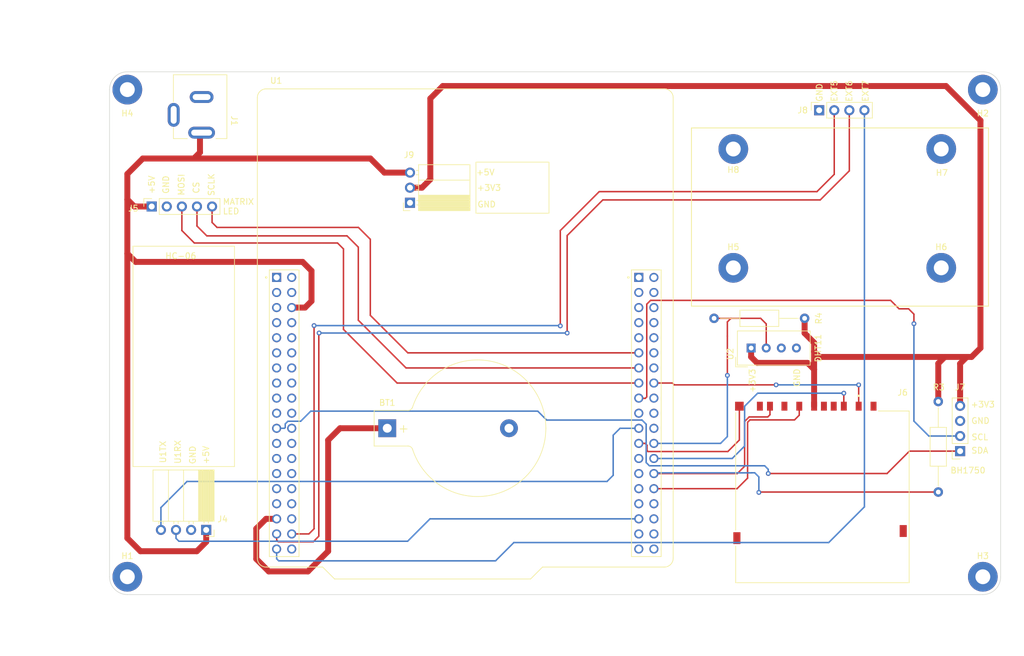
<source format=kicad_pcb>
(kicad_pcb (version 20211014) (generator pcbnew)
  (title_block (title "Proyecto TD2") (date "2022-10-21") (rev "v1.0") (company "UTN-FRBA") (comment 1 "Grupo 2") (comment 2 "Integrantes: Cristian Torres, Jonathan Yujra, Ovidio Argani"))
  (layers (0 "F.Cu" signal) (31 "B.Cu" signal) (34 "B.Paste" user) (35 "F.Paste" user) (36 "B.SilkS" user "B.Silkscreen") (37 "F.SilkS" user "F.Silkscreen") (38 "B.Mask" user) (39 "F.Mask" user) (44 "Edge.Cuts" user))
  (net 0 "")
  (net 1 "/STM32/VBAT")
  (net 2 "GNDREF")
  (net 3 "+5V")
  (net 4 "+3V3")
  (net 5 "/STM32/PB7")
  (net 6 "/STM32/PA6")
  (net 7 "/STM32/PC1")
  (net 8 "/STM32/PC2")
  (net 9 "/STM32/PA5")
  (net 10 "/STM32/PA7")
  (net 11 "/EntradasSalidas/CS")
  (net 12 "/STM32/PB6")
  (net 13 "/STM32/PA9")
  (net 14 "/STM32/PA8")
  (net 15 "/STM32/PB1")
  (net 16 "/EntradasSalidas/MOSI")
  (net 17 "/EntradasSalidas/MISO")
  (net 18 "/STM32/PC3")
  (net 19 "/EntradasSalidas/SCLK")
  (net 20 "/STM32/PA10")
  (footprint "Connector_PinSocket_2.54mm:PinSocket_1x04_P2.54mm_Vertical" (layer "F.Cu") (at 218.29632 103.72868 180)
    (fp_text reference "J7" (at 0 10.75) (layer "F.SilkS"))
    (fp_text value "BH1750")
    (pad "1" thru_hole rect (at 0 0 180) (size 1.7 1.7) (drill 1) (layers *.Cu *.Mask) (net 5 "/STM32/PB7"))
    (pad "2" thru_hole oval (at 0 2.54 180) (size 1.7 1.7) (drill 1) (layers *.Cu *.Mask) (net 12 "/STM32/PB6"))
    (pad "3" thru_hole oval (at 0 5.08 180) (size 1.7 1.7) (drill 1) (layers *.Cu *.Mask) (net 2 "GNDREF"))
    (pad "4" thru_hole oval (at 0 7.62 180) (size 1.7 1.7) (drill 1) (layers *.Cu *.Mask) (net 4 "+3V3"))
  )
  (footprint "footprints:footprint_SD_GSD09002SEU" (layer "F.Cu") (at 195.12132 120.47868 -90)
    (fp_text reference "J6" (at -26.6 -13.5 180) (layer "F.SilkS"))
    (fp_text value "SD_Card")
    (pad "" np_thru_hole circle (at 0 12.85 270) (size 1.55 1.55) (drill 1.55) (layers *.Cu *.Mask))
    (pad "" np_thru_hole circle (at 0 -11.3 270) (size 1.55 1.55) (drill 1.55) (layers *.Cu *.Mask))
    (pad "1" smd rect (at -24.31 -6.1 270) (size 1.5 1) (layers "F.Cu" "F.Paste" "F.Mask") (net 11 "/EntradasSalidas/CS"))
    (pad "2" smd rect (at -24.31 -3.6 270) (size 1.5 1) (layers "F.Cu" "F.Paste" "F.Mask") (net 16 "/EntradasSalidas/MOSI"))
    (pad "3" smd rect (at -24.31 -0.25 270) (size 1.5 1) (layers "F.Cu" "F.Paste" "F.Mask") (net 2 "GNDREF"))
    (pad "4" smd rect (at -24.31 1.4 270) (size 1.5 1) (layers "F.Cu" "F.Paste" "F.Mask") (net 4 "+3V3"))
    (pad "5" smd rect (at -24.31 3.9 270) (size 1.5 1) (layers "F.Cu" "F.Paste" "F.Mask") (net 19 "/EntradasSalidas/SCLK"))
    (pad "6" smd rect (at -24.31 6.4 270) (size 1.5 1) (layers "F.Cu" "F.Paste" "F.Mask") (net 2 "GNDREF"))
    (pad "7" smd rect (at -24.31 8.83 270) (size 1.5 1) (layers "F.Cu" "F.Paste" "F.Mask") (net 17 "/EntradasSalidas/MISO"))
    (pad "8" smd rect (at -24.31 10.53 270) (size 1.5 1) (layers "F.Cu" "F.Paste" "F.Mask"))
    (pad "9" smd rect (at -24.31 -8.6 270) (size 1.5 1) (layers "F.Cu" "F.Paste" "F.Mask"))
    (pad "10" smd rect (at -24.31 13.98 270) (size 1.5 1.45) (layers "F.Cu" "F.Paste" "F.Mask") (net 14 "/STM32/PA8"))
    (pad "11" smd rect (at -24.31 -1.9 270) (size 1.5 1) (layers "F.Cu" "F.Paste" "F.Mask"))
    (pad "12" smd rect (at -2.1 14.4 270) (size 2 1.2) (layers "F.Cu" "F.Paste" "F.Mask") (net 2 "GNDREF"))
    (pad "13" smd rect (at -3.3 -13.6 270) (size 2 1.2) (layers "F.Cu" "F.Paste" "F.Mask") (net 2 "GNDREF"))
  )
  (footprint "Proyecto:AMS1117-ADJ" (layer "F.Cu") (at 125.69632 61.92868 180)
    (fp_text reference "J9" (at 0.175 8.05) (layer "F.SilkS"))
    (fp_text value "AMS1117-ADJ")
    (pad "1" thru_hole rect (at 0 0 180) (size 1.7 1.7) (drill 1) (layers *.Cu *.Mask) (net 2 "GNDREF"))
    (pad "2" thru_hole oval (at 0 2.54 180) (size 1.7 1.7) (drill 1) (layers *.Cu *.Mask) (net 4 "+3V3"))
    (pad "3" thru_hole oval (at 0 5.08 180) (size 1.7 1.7) (drill 1) (layers *.Cu *.Mask) (net 3 "+5V"))
  )
  (footprint "MountingHole:MountingHole_2.5mm_Pad" (layer "F.Cu") (at 180.12132 72.87868)
    (fp_text reference "H5" (at 0 -3.5) (layer "F.SilkS"))
    (fp_text value "MountingHole_Pad")
    (pad "1" thru_hole circle (at 0 0) (size 5 5) (drill 2.5) (layers *.Cu *.Mask) (net 2 "GNDREF"))
  )
  (footprint "MountingHole:MountingHole_2.5mm_Pad" (layer "F.Cu") (at 215.12132 72.87868)
    (fp_text reference "H6" (at 0 -3.5) (layer "F.SilkS"))
    (fp_text value "MountingHole_Pad")
    (pad "1" thru_hole circle (at 0 0) (size 5 5) (drill 2.5) (layers *.Cu *.Mask) (net 2 "GNDREF"))
  )
  (footprint "Battery:BatteryHolder_Keystone_103_1x20mm" (layer "F.Cu") (at 121.868904 99.878679)
    (fp_text reference "BT1" (at 0 -4.3) (layer "F.SilkS"))
    (fp_text value "Battery_Cell")
    (fp_text user "+" (at 2.75 0) (layer "F.SilkS") (effects (font (size 1.5 1.5))))
    (pad "1" thru_hole rect (at 0 0) (size 3 3) (drill 1.5) (layers *.Cu *.Mask) (net 1 "/STM32/VBAT"))
    (pad "2" thru_hole circle (at 20.49 0) (size 3 3) (drill 1.5) (layers *.Cu *.Mask) (net 2 "GNDREF"))
  )
  (footprint "Resistor_THT:R_Axial_DIN0207_L6.3mm_D2.5mm_P15.24mm_Horizontal" (layer "F.Cu") (at 192.12132 81.37868 180)
    (fp_text reference "R4" (at -2.38 0 90) (layer "F.SilkS"))
    (fp_text value "4.7K 5%")
    (pad "1" thru_hole circle (at 0 0 180) (size 1.6 1.6) (drill 0.8) (layers *.Cu *.Mask) (net 4 "+3V3"))
    (pad "2" thru_hole oval (at 15.24 0 180) (size 1.6 1.6) (drill 0.8) (layers *.Cu *.Mask) (net 15 "/STM32/PB1"))
  )
  (footprint "Proyecto:PJ-002A" (layer "F.Cu") (at 90.62132 50.12868 -90)
    (fp_text reference "J1" (at -2 -5.5 -90 unlocked) (layer "F.SilkS"))
    (fp_text value "PJ-002A")
    (pad "1" thru_hole oval (at 0 0 270) (size 2 4.5) (drill oval 1 3.5) (layers *.Cu *.Mask) (net 3 "+5V"))
    (pad "2" thru_hole oval (at -6 0 270) (size 2 4) (drill oval 1 3) (layers *.Cu *.Mask) (net 2 "GNDREF"))
    (pad "3" thru_hole oval (at -3 4.7) (size 2 4) (drill oval 1 3) (layers *.Cu *.Mask) (net 2 "GNDREF"))
  )
  (footprint "Proyecto:HC06" (layer "F.Cu") (at 91.39322 116.99588 -90)
    (fp_text reference "J4" (at -1.8172 -2.77) (layer "F.SilkS"))
    (fp_text value "BT HC06")
    (pad "1" thru_hole rect (at 0 0 270) (size 1.7 1.7) (drill 1) (layers *.Cu *.Mask) (net 3 "+5V"))
    (pad "2" thru_hole oval (at 0 2.54 270) (size 1.7 1.7) (drill 1) (layers *.Cu *.Mask) (net 2 "GNDREF"))
    (pad "3" thru_hole oval (at 0 5.08 270) (size 1.7 1.7) (drill 1) (layers *.Cu *.Mask) (net 20 "/STM32/PA10"))
    (pad "4" thru_hole oval (at 0 7.62 270) (size 1.7 1.7) (drill 1) (layers *.Cu *.Mask) (net 13 "/STM32/PA9"))
  )
  (footprint "Connector_PinSocket_2.54mm:PinSocket_1x05_P2.54mm_Vertical" (layer "F.Cu") (at 82.22132 62.55368 90)
    (fp_text reference "J5" (at -0.325 -3.1 180) (layer "F.SilkS"))
    (fp_text value "LED MATRIX")
    (pad "1" thru_hole rect (at 0 0 90) (size 1.7 1.7) (drill 1) (layers *.Cu *.Mask) (net 3 "+5V"))
    (pad "2" thru_hole oval (at 0 2.54 90) (size 1.7 1.7) (drill 1) (layers *.Cu *.Mask) (net 2 "GNDREF"))
    (pad "3" thru_hole oval (at 0 5.08 90) (size 1.7 1.7) (drill 1) (layers *.Cu *.Mask) (net 10 "/STM32/PA7"))
    (pad "4" thru_hole oval (at 0 7.62 90) (size 1.7 1.7) (drill 1) (layers *.Cu *.Mask) (net 6 "/STM32/PA6"))
    (pad "5" thru_hole oval (at 0 10.16 90) (size 1.7 1.7) (drill 1) (layers *.Cu *.Mask) (net 9 "/STM32/PA5"))
  )
  (footprint "MountingHole:MountingHole_2.5mm_Pad" (layer "F.Cu") (at 222.12132 42.87868)
    (fp_text reference "H2" (at 0 4) (layer "F.SilkS"))
    (fp_text value "MountingHole_Pad")
    (pad "1" thru_hole circle (at 0 0) (size 5 5) (drill 2.5) (layers *.Cu *.Mask) (net 2 "GNDREF"))
  )
  (footprint "Sensor:Aosong_DHT11_5.5x12.0_P2.54mm" (layer "F.Cu") (at 183.12132 86.37868 90)
    (fp_text reference "U2" (at -1 -3.5 90) (layer "F.SilkS"))
    (fp_text value "DHT11")
    (pad "1" thru_hole rect (at 0 0 90) (size 1.5 1.5) (drill 0.8) (layers *.Cu *.Mask) (net 4 "+3V3"))
    (pad "2" thru_hole circle (at 0 2.54 90) (size 1.5 1.5) (drill 0.8) (layers *.Cu *.Mask) (net 15 "/STM32/PB1"))
    (pad "3" thru_hole circle (at 0 5.08 90) (size 1.5 1.5) (drill 0.8) (layers *.Cu *.Mask))
    (pad "4" thru_hole circle (at 0 7.62 90) (size 1.5 1.5) (drill 0.8) (layers *.Cu *.Mask) (net 2 "GNDREF"))
  )
  (footprint "Proyecto:ST_NUCLEO-F401RE" (layer "F.Cu") (at 135 84)
    (fp_text reference "U1" (at -31.825 -42.635) (layer "F.SilkS"))
    (fp_text value "NUCLEO-F401RE")
    (pad "" np_thru_hole circle (at 24.13 -12.05) (size 3 3) (drill 3) (layers *.Cu *.Mask))
    (pad "" np_thru_hole circle (at -24.13 -13.32) (size 3 3) (drill 3) (layers *.Cu *.Mask))
    (pad "" np_thru_hole circle (at 8.89 38.75) (size 3 3) (drill 3) (layers *.Cu *.Mask))
    (pad "1" thru_hole rect (at -31.75 -9.51) (size 1.53 1.53) (drill 1.02) (layers *.Cu *.Mask))
    (pad "2" thru_hole circle (at -29.21 -9.51) (size 1.53 1.53) (drill 1.02) (layers *.Cu *.Mask))
    (pad "3" thru_hole circle (at -31.75 -6.97) (size 1.53 1.53) (drill 1.02) (layers *.Cu *.Mask))
    (pad "4" thru_hole circle (at -29.21 -6.97) (size 1.53 1.53) (drill 1.02) (layers *.Cu *.Mask))
    (pad "5" thru_hole circle (at -31.75 -4.43) (size 1.53 1.53) (drill 1.02) (layers *.Cu *.Mask))
    (pad "6" thru_hole circle (at -29.21 -4.43) (size 1.53 1.53) (drill 1.02) (layers *.Cu *.Mask) (net 3 "+5V"))
    (pad "7" thru_hole circle (at -31.75 -1.89) (size 1.53 1.53) (drill 1.02) (layers *.Cu *.Mask))
    (pad "8" thru_hole circle (at -29.21 -1.89) (size 1.53 1.53) (drill 1.02) (layers *.Cu *.Mask) (net 2 "GNDREF"))
    (pad "9" thru_hole circle (at -31.75 0.65) (size 1.53 1.53) (drill 1.02) (layers *.Cu *.Mask))
    (pad "10" thru_hole circle (at -29.21 0.65) (size 1.53 1.53) (drill 1.02) (layers *.Cu *.Mask))
    (pad "11" thru_hole circle (at -31.75 3.19) (size 1.53 1.53) (drill 1.02) (layers *.Cu *.Mask))
    (pad "12" thru_hole circle (at -29.21 3.19) (size 1.53 1.53) (drill 1.02) (layers *.Cu *.Mask))
    (pad "13" thru_hole circle (at -31.75 5.73) (size 1.53 1.53) (drill 1.02) (layers *.Cu *.Mask))
    (pad "14" thru_hole circle (at -29.21 5.73) (size 1.53 1.53) (drill 1.02) (layers *.Cu *.Mask))
    (pad "15" thru_hole circle (at -31.75 8.27) (size 1.53 1.53) (drill 1.02) (layers *.Cu *.Mask))
    (pad "16" thru_hole circle (at -29.21 8.27) (size 1.53 1.53) (drill 1.02) (layers *.Cu *.Mask))
    (pad "17" thru_hole circle (at -31.75 10.81) (size 1.53 1.53) (drill 1.02) (layers *.Cu *.Mask))
    (pad "18" thru_hole circle (at -29.21 10.81) (size 1.53 1.53) (drill 1.02) (layers *.Cu *.Mask))
    (pad "19" thru_hole circle (at -31.75 13.35) (size 1.53 1.53) (drill 1.02) (layers *.Cu *.Mask))
    (pad "20" thru_hole circle (at -29.21 13.35) (size 1.53 1.53) (drill 1.02) (layers *.Cu *.Mask))
    (pad "21" thru_hole circle (at -31.75 15.89) (size 1.53 1.53) (drill 1.02) (layers *.Cu *.Mask) (net 5 "/STM32/PB7"))
    (pad "22" thru_hole circle (at -29.21 15.89) (size 1.53 1.53) (drill 1.02) (layers *.Cu *.Mask))
    (pad "23" thru_hole circle (at -31.75 18.43) (size 1.53 1.53) (drill 1.02) (layers *.Cu *.Mask))
    (pad "24" thru_hole circle (at -29.21 18.43) (size 1.53 1.53) (drill 1.02) (layers *.Cu *.Mask))
    (pad "25" thru_hole circle (at -31.75 20.97) (size 1.53 1.53) (drill 1.02) (layers *.Cu *.Mask))
    (pad "26" thru_hole circle (at -29.21 20.97) (size 1.53 1.53) (drill 1.02) (layers *.Cu *.Mask))
    (pad "27" thru_hole circle (at -31.75 23.51) (size 1.53 1.53) (drill 1.02) (layers *.Cu *.Mask))
    (pad "28" thru_hole circle (at -29.21 23.51) (size 1.53 1.53) (drill 1.02) (layers *.Cu *.Mask))
    (pad "29" thru_hole circle (at -31.75 26.05) (size 1.53 1.53) (drill 1.02) (layers *.Cu *.Mask))
    (pad "30" thru_hole circle (at -29.21 26.05) (size 1.53 1.53) (drill 1.02) (layers *.Cu *.Mask))
    (pad "31" thru_hole circle (at -31.75 28.59) (size 1.53 1.53) (drill 1.02) (layers *.Cu *.Mask))
    (pad "32" thru_hole circle (at -29.21 28.59) (size 1.53 1.53) (drill 1.02) (layers *.Cu *.Mask))
    (pad "33" thru_hole circle (at -31.75 31.13) (size 1.53 1.53) (drill 1.02) (layers *.Cu *.Mask) (net 1 "/STM32/VBAT"))
    (pad "34" thru_hole circle (at -29.21 31.13) (size 1.53 1.53) (drill 1.02) (layers *.Cu *.Mask))
    (pad "35" thru_hole circle (at -31.75 33.67) (size 1.53 1.53) (drill 1.02) (layers *.Cu *.Mask) (net 8 "/STM32/PC2"))
    (pad "36" thru_hole circle (at -29.21 33.67) (size 1.53 1.53) (drill 1.02) (layers *.Cu *.Mask) (net 7 "/STM32/PC1"))
    (pad "37" thru_hole circle (at -31.75 36.21) (size 1.53 1.53) (drill 1.02) (layers *.Cu *.Mask) (net 18 "/STM32/PC3"))
    (pad "38" thru_hole circle (at -29.21 36.21) (size 1.53 1.53) (drill 1.02) (layers *.Cu *.Mask))
    (pad "39" thru_hole rect (at 29.21 -9.51) (size 1.53 1.53) (drill 1.02) (layers *.Cu *.Mask))
    (pad "40" thru_hole circle (at 31.75 -9.51) (size 1.53 1.53) (drill 1.02) (layers *.Cu *.Mask))
    (pad "41" thru_hole circle (at 29.21 -6.97) (size 1.53 1.53) (drill 1.02) (layers *.Cu *.Mask))
    (pad "42" thru_hole circle (at 31.75 -6.97) (size 1.53 1.53) (drill 1.02) (layers *.Cu *.Mask))
    (pad "43" thru_hole circle (at 29.21 -4.43) (size 1.53 1.53) (drill 1.02) (layers *.Cu *.Mask))
    (pad "44" thru_hole circle (at 31.75 -4.43) (size 1.53 1.53) (drill 1.02) (layers *.Cu *.Mask))
    (pad "45" thru_hole circle (at 29.21 -1.89) (size 1.53 1.53) (drill 1.02) (layers *.Cu *.Mask))
    (pad "46" thru_hole circle (at 31.75 -1.89) (size 1.53 1.53) (drill 1.02) (layers *.Cu *.Mask))
    (pad "47" thru_hole circle (at 29.21 0.65) (size 1.53 1.53) (drill 1.02) (layers *.Cu *.Mask) (net 2 "GNDREF"))
    (pad "48" thru_hole circle (at 31.75 0.65) (size 1.53 1.53) (drill 1.02) (layers *.Cu *.Mask))
    (pad "49" thru_hole circle (at 29.21 3.19) (size 1.53 1.53) (drill 1.02) (layers *.Cu *.Mask) (net 9 "/STM32/PA5"))
    (pad "50" thru_hole circle (at 31.75 3.19) (size 1.53 1.53) (drill 1.02) (layers *.Cu *.Mask))
    (pad "51" thru_hole circle (at 29.21 5.73) (size 1.53 1.53) (drill 1.02) (layers *.Cu *.Mask) (net 6 "/STM32/PA6"))
    (pad "52" thru_hole circle (at 31.75 5.73) (size 1.53 1.53) (drill 1.02) (layers *.Cu *.Mask))
    (pad "53" thru_hole circle (at 29.21 8.27) (size 1.53 1.53) (drill 1.02) (layers *.Cu *.Mask) (net 10 "/STM32/PA7"))
    (pad "54" thru_hole circle (at 31.75 8.27) (size 1.53 1.53) (drill 1.02) (layers *.Cu *.Mask) (net 11 "/EntradasSalidas/CS"))
    (pad "55" thru_hole circle (at 29.21 10.81) (size 1.53 1.53) (drill 1.02) (layers *.Cu *.Mask) (net 12 "/STM32/PB6"))
    (pad "56" thru_hole circle (at 31.75 10.81) (size 1.53 1.53) (drill 1.02) (layers *.Cu *.Mask))
    (pad "57" thru_hole circle (at 29.21 13.35) (size 1.53 1.53) (drill 1.02) (layers *.Cu *.Mask))
    (pad "58" thru_hole circle (at 31.75 13.35) (size 1.53 1.53) (drill 1.02) (layers *.Cu *.Mask) (net 2 "GNDREF"))
    (pad "59" thru_hole circle (at 29.21 15.89) (size 1.53 1.53) (drill 1.02) (layers *.Cu *.Mask) (net 13 "/STM32/PA9"))
    (pad "60" thru_hole circle (at 31.75 15.89) (size 1.53 1.53) (drill 1.02) (layers *.Cu *.Mask))
    (pad "61" thru_hole circle (at 29.21 18.43) (size 1.53 1.53) (drill 1.02) (layers *.Cu *.Mask) (net 14 "/STM32/PA8"))
    (pad "62" thru_hole circle (at 31.75 18.43) (size 1.53 1.53) (drill 1.02) (layers *.Cu *.Mask) (net 15 "/STM32/PB1"))
    (pad "63" thru_hole circle (at 29.21 20.97) (size 1.53 1.53) (drill 1.02) (layers *.Cu *.Mask))
    (pad "64" thru_hole circle (at 31.75 20.97) (size 1.53 1.53) (drill 1.02) (layers *.Cu *.Mask) (net 16 "/EntradasSalidas/MOSI"))
    (pad "65" thru_hole circle (at 29.21 23.51) (size 1.53 1.53) (drill 1.02) (layers *.Cu *.Mask))
    (pad "66" thru_hole circle (at 31.75 23.51) (size 1.53 1.53) (drill 1.02) (layers *.Cu *.Mask) (net 17 "/EntradasSalidas/MISO"))
    (pad "67" thru_hole circle (at 29.21 26.05) (size 1.53 1.53) (drill 1.02) (layers *.Cu *.Mask))
    (pad "68" thru_hole circle (at 31.75 26.05) (size 1.53 1.53) (drill 1.02) (layers *.Cu *.Mask) (net 19 "/EntradasSalidas/SCLK"))
    (pad "69" thru_hole circle (at 29.21 28.59) (size 1.53 1.53) (drill 1.02) (layers *.Cu *.Mask))
    (pad "70" thru_hole circle (at 31.75 28.59) (size 1.53 1.53) (drill 1.02) (layers *.Cu *.Mask) (net 2 "GNDREF"))
    (pad "71" thru_hole circle (at 29.21 31.13) (size 1.53 1.53) (drill 1.02) (layers *.Cu *.Mask) (net 20 "/STM32/PA10"))
    (pad "72" thru_hole circle (at 31.75 31.13) (size 1.53 1.53) (drill 1.02) (layers *.Cu *.Mask))
    (pad "73" thru_hole circle (at 29.21 33.67) (size 1.53 1.53) (drill 1.02) (layers *.Cu *.Mask))
    (pad "74" thru_hole circle (at 31.75 33.67) (size 1.53 1.53) (drill 1.02) (layers *.Cu *.Mask))
    (pad "75" thru_hole circle (at 29.21 36.21) (size 1.53 1.53) (drill 1.02) (layers *.Cu *.Mask))
    (pad "76" thru_hole circle (at 31.75 36.21) (size 1.53 1.53) (drill 1.02) (layers *.Cu *.Mask))
  )
  (footprint "MountingHole:MountingHole_2.5mm_Pad" (layer "F.Cu") (at 222.12132 124.87868)
    (fp_text reference "H3" (at 0 -3.5) (layer "F.SilkS"))
    (fp_text value "MountingHole_Pad")
    (pad "1" thru_hole circle (at 0 0) (size 5 5) (drill 2.5) (layers *.Cu *.Mask) (net 2 "GNDREF"))
  )
  (footprint "MountingHole:MountingHole_2.5mm_Pad" (layer "F.Cu") (at 78.12132 124.87868)
    (fp_text reference "H1" (at 0 -3.5) (layer "F.SilkS"))
    (fp_text value "MountingHole_Pad")
    (pad "1" thru_hole circle (at 0 0) (size 5 5) (drill 2.5) (layers *.Cu *.Mask) (net 2 "GNDREF"))
  )
  (footprint "Resistor_THT:R_Axial_DIN0207_L6.3mm_D2.5mm_P15.24mm_Horizontal" (layer "F.Cu") (at 214.62132 95.37868 -90)
    (fp_text reference "R3" (at -2.39 -0.08) (layer "F.SilkS"))
    (fp_text value "4.7K 5%")
    (pad "1" thru_hole circle (at 0 0 270) (size 1.6 1.6) (drill 0.8) (layers *.Cu *.Mask) (net 4 "+3V3"))
    (pad "2" thru_hole oval (at 15.24 0 270) (size 1.6 1.6) (drill 0.8) (layers *.Cu *.Mask) (net 17 "/EntradasSalidas/MISO"))
  )
  (footprint "Connector_PinSocket_2.54mm:PinSocket_1x04_P2.54mm_Vertical" (layer "F.Cu") (at 194.57132 46.35368 90)
    (fp_text reference "J8" (at 0 -2.77) (layer "F.SilkS"))
    (fp_text value "TECLADO")
    (pad "1" thru_hole rect (at 0 0 90) (size 1.7 1.7) (drill 1) (layers *.Cu *.Mask) (net 2 "GNDREF"))
    (pad "2" thru_hole oval (at 0 2.54 90) (size 1.7 1.7) (drill 1) (layers *.Cu *.Mask) (net 7 "/STM32/PC1"))
    (pad "3" thru_hole oval (at 0 5.08 90) (size 1.7 1.7) (drill 1) (layers *.Cu *.Mask) (net 8 "/STM32/PC2"))
    (pad "4" thru_hole oval (at 0 7.62 90) (size 1.7 1.7) (drill 1) (layers *.Cu *.Mask) (net 18 "/STM32/PC3"))
  )
  (footprint "MountingHole:MountingHole_2.5mm_Pad" (layer "F.Cu") (at 180.12132 52.87868)
    (fp_text reference "H8" (at 0 3.5) (layer "F.SilkS"))
    (fp_text value "MountingHole_Pad")
    (pad "1" thru_hole circle (at 0 0) (size 5 5) (drill 2.5) (layers *.Cu *.Mask) (net 2 "GNDREF"))
  )
  (footprint "MountingHole:MountingHole_2.5mm_Pad" (layer "F.Cu") (at 78.12132 42.87868)
    (fp_text reference "H4" (at 0 4) (layer "F.SilkS"))
    (fp_text value "MountingHole_Pad")
    (pad "1" thru_hole circle (at 0 0) (size 5 5) (drill 2.5) (layers *.Cu *.Mask) (net 2 "GNDREF"))
  )
  (footprint "MountingHole:MountingHole_2.5mm_Pad" (layer "F.Cu") (at 215.12132 52.87868)
    (fp_text reference "H7" (at 0.1 4) (layer "F.SilkS"))
    (fp_text value "MountingHole_Pad")
    (pad "1" thru_hole circle (at 0 0) (size 5 5) (drill 2.5) (layers *.Cu *.Mask) (net 2 "GNDREF"))
  )
  (gr_line (start 173.07132 49.32868) (end 223.07132 49.32868) (layer "F.SilkS") (width 0.15))
  (gr_line (start 173.071319 79.32868) (end 173.07132 49.32868) (layer "F.SilkS") (width 0.15))
  (gr_line (start 223.071319 79.32868) (end 173.071319 79.32868) (layer "F.SilkS") (width 0.15))
  (gr_line (start 223.07132 49.32868) (end 223.071319 79.32868) (layer "F.SilkS") (width 0.15))
  (gr_line (start 78.12132 39.87868) (end 222.12132 39.87868) (layer "Edge.Cuts") (width 0.1))
  (gr_arc (start 225.12132 124.87868) (mid 224.24264 127) (end 222.12132 127.87868) (layer "Edge.Cuts") (width 0.1))
  (gr_line (start 222.12132 127.87868) (end 78.12132 127.87868) (layer "Edge.Cuts") (width 0.1))
  (gr_line (start 75.12132 124.87868) (end 75.12132 42.87868) (layer "Edge.Cuts") (width 0.1))
  (gr_arc (start 222.12132 39.87868) (mid 224.24264 40.75736) (end 225.12132 42.87868) (layer "Edge.Cuts") (width 0.1))
  (gr_line (start 225.12132 42.87868) (end 225.12132 124.87868) (layer "Edge.Cuts") (width 0.1))
  (gr_arc (start 75.12132 42.87868) (mid 76 40.75736) (end 78.12132 39.87868) (layer "Edge.Cuts") (width 0.1))
  (gr_arc (start 78.12132 127.87868) (mid 76 127) (end 75.12132 124.87868) (layer "Edge.Cuts") (width 0.1))
  (gr_text "EXT7" (at 202.37132 43.12868 90) (layer "F.SilkS") (effects (font (size 1 1))))
  (gr_text "U1TX" (at 84.12132 103.87868 90) (layer "F.SilkS") (effects (font (size 1 1))))
  (gr_text "DHT11" (at 194.4 86.4 90) (layer "F.SilkS") (effects (font (size 1 1))))
  (gr_text "EXT5" (at 197.12132 43.12868 90) (layer "F.SilkS") (effects (font (size 1 1))))
  (gr_text "HC-06" (at 87.12132 70.87868) (layer "F.SilkS") (effects (font (size 1 1))))
  (gr_text "+5V" (at 91.37132 104.37868 90) (layer "F.SilkS") (effects (font (size 1 1))))
  (gr_text "MATRIX\nLED" (at 94.12132 62.55368) (layer "F.SilkS") (effects (font (size 1 1)) (justify left)))
  (gr_text "EXT6" (at 199.62132 43.12868 90) (layer "F.SilkS") (effects (font (size 1 1))))
  (gr_text "MOSI" (at 87.22132 58.87868 90) (layer "F.SilkS") (effects (font (size 1 1))))
  (gr_text "GND" (at 84.62132 58.87868 90) (layer "F.SilkS") (effects (font (size 1 1))))
  (gr_text "+3V3" (at 222.12132 95.87868) (layer "F.SilkS") (effects (font (size 1 1))))
  (gr_text "U1RX" (at 86.62132 103.87868 90) (layer "F.SilkS") (effects (font (size 1 1))))
  (gr_text "SCL" (at 221.62132 101.37868) (layer "F.SilkS") (effects (font (size 1 1))))
  (gr_text "GND" (at 138.6 62.2) (layer "F.SilkS") (effects (font (size 1 1))))
  (gr_text "+3V3" (at 139 59.4) (layer "F.SilkS") (effects (font (size 1 1))))
  (gr_text "SCLK" (at 92.27132 58.87868 90) (layer "F.SilkS") (effects (font (size 1 1))))
  (gr_text "CS" (at 89.72132 59.37868 90) (layer "F.SilkS") (effects (font (size 1 1))))
  (gr_text "BH1750" (at 219.62132 106.97868) (layer "F.SilkS") (effects (font (size 1 1))))
  (gr_text "GND" (at 89.12132 104.37868 90) (layer "F.SilkS") (effects (font (size 1 1))))
  (gr_text "SDA" (at 221.62132 103.62868) (layer "F.SilkS") (effects (font (size 1 1))))
  (gr_text "+5V" (at 138.4 56.8) (layer "F.SilkS") (effects (font (size 1 1))))
  (gr_text "GND" (at 190.83382 91.37868 90) (layer "F.SilkS") (effects (font (size 1 1))))
  (gr_text "+5V" (at 82.22132 58.87868 90) (layer "F.SilkS") (effects (font (size 1 1))))
  (gr_text "+3V3" (at 183.33382 91.87868 90) (layer "F.SilkS") (effects (font (size 1 1))))
  (gr_text "GND" (at 221.72132 98.62868) (layer "F.SilkS") (effects (font (size 1 1))))
  (gr_text "GND" (at 194.62132 43.37868 90) (layer "F.SilkS") (effects (font (size 1 1))))
  (segment (start 113.921321 99.878679) (end 111.92132 101.87868) (width 1) (layer "F.Cu") (net 1))
  (segment (start 99.82132 116.77868) (end 101.47 115.13) (width 1) (layer "F.Cu") (net 1))
  (segment (start 108.52132 123.97868) (end 101.92132 123.97868) (width 1) (layer "F.Cu") (net 1))
  (segment (start 121.868904 99.878679) (end 113.921321 99.878679) (width 1) (layer "F.Cu") (net 1))
  (segment (start 99.82132 121.87868) (end 99.82132 116.77868) (width 1) (layer "F.Cu") (net 1))
  (segment (start 111.92132 101.87868) (end 111.92132 120.57868) (width 1) (layer "F.Cu") (net 1))
  (segment (start 101.92132 123.97868) (end 99.82132 121.87868) (width 1) (layer "F.Cu") (net 1))
  (segment (start 111.92132 120.57868) (end 108.52132 123.97868) (width 1) (layer "F.Cu") (net 1))
  (segment (start 101.47 115.13) (end 103.25 115.13) (width 1) (layer "F.Cu") (net 1))
  (segment (start 108.03 79.57) (end 105.79 79.57) (width 1) (layer "F.Cu") (net 3))
  (segment (start 80.72132 54.47868) (end 78.12132 57.07868) (width 1) (layer "F.Cu") (net 3))
  (segment (start 121.4 56.85) (end 121.40132 56.84868) (width 1) (layer "F.Cu") (net 3))
  (segment (start 89.32132 54.47868) (end 80.72132 54.47868) (width 1) (layer "F.Cu") (net 3))
  (segment (start 78.12132 57.07868) (end 78.12132 61.37868) (width 1) (layer "F.Cu") (net 3))
  (segment (start 82.22132 62.55368) (end 79.29632 62.55368) (width 1) (layer "F.Cu") (net 3))
  (segment (start 78.12132 118.37868) (end 80.32132 120.57868) (width 1) (layer "F.Cu") (net 3))
  (segment (start 109.12132 78.47868) (end 108.03 79.57) (width 1) (layer "F.Cu") (net 3))
  (segment (start 89.82132 120.57868) (end 91.39322 119.00678) (width 1) (layer "F.Cu") (net 3))
  (segment (start 78.12132 61.37868) (end 78.12132 70.47868) (width 1) (layer "F.Cu") (net 3))
  (segment (start 79.29632 62.55368) (end 78.12132 61.37868) (width 1) (layer "F.Cu") (net 3))
  (segment (start 80.32132 120.57868) (end 89.82132 120.57868) (width 1) (layer "F.Cu") (net 3))
  (segment (start 121.40132 56.84868) (end 125.69632 56.84868) (width 1) (layer "F.Cu") (net 3))
  (segment (start 107.62132 71.87868) (end 79.52132 71.87868) (width 1) (layer "F.Cu") (net 3))
  (segment (start 109.12132 73.37868) (end 107.62132 71.87868) (width 1) (layer "F.Cu") (net 3))
  (segment (start 90.34632 53.45368) (end 89.32132 54.47868) (width 1) (layer "F.Cu") (net 3))
  (segment (start 78.12132 70.47868) (end 78.12132 118.37868) (width 1) (layer "F.Cu") (net 3))
  (segment (start 90.34632 50.12868) (end 90.34632 53.45368) (width 1) (layer "F.Cu") (net 3))
  (segment (start 91.39322 119.00678) (end 91.39322 116.99588) (width 1) (layer "F.Cu") (net 3))
  (segment (start 89.32132 54.47868) (end 119.02868 54.47868) (width 1) (layer "F.Cu") (net 3))
  (segment (start 109.12132 78.47868) (end 109.12132 73.37868) (width 1) (layer "F.Cu") (net 3))
  (segment (start 79.52132 71.87868) (end 78.12132 70.47868) (width 1) (layer "F.Cu") (net 3))
  (segment (start 119.02868 54.47868) (end 121.4 56.85) (width 1) (layer "F.Cu") (net 3))
  (segment (start 192.12132 81.37868) (end 192.12132 83.87868) (width 1) (layer "F.Cu") (net 4))
  (segment (start 193.72132 94.17868) (end 193.72132 96.16868) (width 1) (layer "F.Cu") (net 4))
  (segment (start 129.12132 44.37868) (end 131.22132 42.27868) (width 1) (layer "F.Cu") (net 4))
  (segment (start 218.29632 96.10868) (end 218.29632 89.00368) (width 1) (layer "F.Cu") (net 4))
  (segment (start 129.12132 57.97868) (end 129.12132 44.37868) (width 1) (layer "F.Cu") (net 4))
  (segment (start 184.12132 88.87868) (end 192.62132 88.87868) (width 1) (layer "F.Cu") (net 4))
  (segment (start 183.12132 87.87868) (end 184.12132 88.87868) (width 1) (layer "F.Cu") (net 4))
  (segment (start 192.62132 88.87868) (end 193.72132 89.97868) (width 1) (layer "F.Cu") (net 4))
  (segment (start 193.72132 86.97868) (end 194.62132 87.87868) (width 1) (layer "F.Cu") (net 4))
  (segment (start 215.72132 87.87868) (end 219.42132 87.87868) (width 1) (layer "F.Cu") (net 4))
  (segment (start 193.72132 85.47868) (end 193.72132 86.97868) (width 1) (layer "F.Cu") (net 4))
  (segment (start 221.72132 48.07868) (end 221.72132 86.37868) (width 1) (layer "F.Cu") (net 4))
  (segment (start 131.22132 42.27868) (end 215.92132 42.27868) (width 1) (layer "F.Cu") (net 4))
  (segment (start 194.62132 87.87868) (end 215.72132 87.87868) (width 1) (layer "F.Cu") (net 4))
  (segment (start 125.69632 59.38868) (end 127.71132 59.38868) (width 1) (layer "F.Cu") (net 4))
  (segment (start 220.22132 87.87868) (end 221.72132 86.37868) (width 1) (layer "F.Cu") (net 4))
  (segment (start 215.92132 42.27868) (end 221.72132 48.07868) (width 1) (layer "F.Cu") (net 4))
  (segment (start 218.29632 89.00368) (end 219.42132 87.87868) (width 1) (layer "F.Cu") (net 4))
  (segment (start 193.72132 86.97868) (end 193.72132 89.97868) (width 1) (layer "F.Cu") (net 4))
  (segment (start 192.12132 83.87868) (end 193.72132 85.47868) (width 1) (layer "F.Cu") (net 4))
  (segment (start 193.72132 89.97868) (end 193.72132 94.17868) (width 1) (layer "F.Cu") (net 4))
  (segment (start 219.42132 87.87868) (end 220.22132 87.87868) (width 1) (layer "F.Cu") (net 4))
  (segment (start 214.62132 95.37868) (end 214.62132 88.97868) (width 1) (layer "F.Cu") (net 4))
  (segment (start 214.62132 88.97868) (end 215.72132 87.87868) (width 1) (layer "F.Cu") (net 4))
  (segment (start 127.71132 59.38868) (end 129.12132 57.97868) (width 1) (layer "F.Cu") (net 4))
  (segment (start 183.12132 86.37868) (end 183.12132 87.87868) (width 1) (layer "F.Cu") (net 4))
  (segment (start 218.29632 103.72868) (end 209.77132 103.72868) (width 0.25) (layer "F.Cu") (net 5))
  (segment (start 209.77132 103.72868) (end 206.3 107.2) (width 0.25) (layer "F.Cu") (net 5))
  (segment (start 206.3 107.2) (end 206 107.5) (width 0.25) (layer "F.Cu") (net 5))
  (segment (start 206 107.5) (end 186 107.5) (width 0.25) (layer "F.Cu") (net 5))
  (via (at 186 107.5) (size 0.8) (drill 0.4) (layers "F.Cu" "B.Cu") (net 5))
  (segment (start 104.7 99.15) (end 104.7 99.75) (width 0.25) (layer "B.Cu") (net 5))
  (segment (start 164.7 98.5) (end 148.7 98.5) (width 0.25) (layer "B.Cu") (net 5))
  (segment (start 148.7 98.5) (end 147.2 97) (width 0.25) (layer "B.Cu") (net 5))
  (segment (start 105.15 98.7) (end 104.7 99.15) (width 0.25) (layer "B.Cu") (net 5))
  (segment (start 166 106.2) (end 165.45 105.65) (width 0.25) (layer "B.Cu") (net 5))
  (segment (start 104.56 99.89) (end 103.25 99.89) (width 0.25) (layer "B.Cu") (net 5))
  (segment (start 185.4 106.2) (end 166 106.2) (width 0.25) (layer "B.Cu") (net 5))
  (segment (start 147.2 97) (end 109 97) (width 0.25) (layer "B.Cu") (net 5))
  (segment (start 107.3 98.7) (end 105.15 98.7) (width 0.25) (layer "B.Cu") (net 5))
  (segment (start 165.45 105.65) (end 165.45 99.2) (width 0.25) (layer "B.Cu") (net 5))
  (segment (start 186 106.8) (end 185.4 106.2) (width 0.25) (layer "B.Cu") (net 5))
  (segment (start 165.45 99.2) (end 164.75 98.5) (width 0.25) (layer "B.Cu") (net 5))
  (segment (start 164.75 98.5) (end 164.7 98.5) (width 0.25) (layer "B.Cu") (net 5))
  (segment (start 104.7 99.75) (end 104.56 99.89) (width 0.25) (layer "B.Cu") (net 5))
  (segment (start 186 107.5) (end 186 106.8) (width 0.25) (layer "B.Cu") (net 5))
  (segment (start 109 97) (end 107.3 98.7) (width 0.25) (layer "B.Cu") (net 5))
  (segment (start 89.84132 65.84132) (end 91.5 67.5) (width 0.25) (layer "F.Cu") (net 6))
  (segment (start 117 81.7) (end 125.03 89.73) (width 0.25) (layer "F.Cu") (net 6))
  (segment (start 115.1 67.5) (end 117 69.4) (width 0.25) (layer "F.Cu") (net 6))
  (segment (start 125.03 89.73) (end 164.21 89.73) (width 0.25) (layer "F.Cu") (net 6))
  (segment (start 91.5 67.5) (end 115.1 67.5) (width 0.25) (layer "F.Cu") (net 6))
  (segment (start 117 69.4) (end 117 81.7) (width 0.25) (layer "F.Cu") (net 6))
  (segment (start 89.84132 62.55368) (end 89.84132 65.84132) (width 0.25) (layer "F.Cu") (net 6))
  (segment (start 109.55 82.6) (end 109.55 116.8) (width 0.25) (layer "F.Cu") (net 7))
  (segment (start 109.55 116.8) (end 108.68 117.67) (width 0.25) (layer "F.Cu") (net 7))
  (segment (start 194.2 60.05) (end 197.11132 57.13868) (width 0.25) (layer "F.Cu") (net 7))
  (segment (start 197.11132 57.13868) (end 197.11132 46.35368) (width 0.25) (layer "F.Cu") (net 7))
  (segment (start 151 66.6) (end 157.55 60.05) (width 0.25) (layer "F.Cu") (net 7))
  (segment (start 108.68 117.67) (end 105.79 117.67) (width 0.25) (layer "F.Cu") (net 7))
  (segment (start 151 82.65) (end 151 66.6) (width 0.25) (layer "F.Cu") (net 7))
  (segment (start 157.55 60.05) (end 194.2 60.05) (width 0.25) (layer "F.Cu") (net 7))
  (via (at 151 82.65) (size 0.8) (drill 0.4) (layers "F.Cu" "B.Cu") (net 7))
  (via (at 109.55 82.6) (size 0.8) (drill 0.4) (layers "F.Cu" "B.Cu") (net 7))
  (segment (start 150.95 82.6) (end 151 82.65) (width 0.25) (layer "B.Cu") (net 7))
  (segment (start 109.55 82.6) (end 150.95 82.6) (width 0.25) (layer "B.Cu") (net 7))
  (segment (start 103.25 118.7) (end 103.25 117.67) (width 0.25) (layer "F.Cu") (net 8))
  (segment (start 194.75 61.45) (end 199.65132 56.54868) (width 0.25) (layer "F.Cu") (net 8))
  (segment (start 104.45 119) (end 103.55 119) (width 0.25) (layer "F.Cu") (net 8))
  (segment (start 104.450831 118.999169) (end 104.45 119) (width 0.25) (layer "F.Cu") (net 8))
  (segment (start 152.15 67.45) (end 158.15 61.45) (width 0.25) (layer "F.Cu") (net 8))
  (segment (start 109.4 119) (end 109.399169 118.999169) (width 0.25) (layer "F.Cu") (net 8))
  (segment (start 110.4 83.85) (end 110.35 83.9) (width 0.25) (layer "F.Cu") (net 8))
  (segment (start 109.399169 118.999169) (end 104.450831 118.999169) (width 0.25) (layer "F.Cu") (net 8))
  (segment (start 152.15 83.85) (end 152.15 67.45) (width 0.25) (layer "F.Cu") (net 8))
  (segment (start 103.55 119) (end 103.25 118.7) (width 0.25) (layer "F.Cu") (net 8))
  (segment (start 199.65132 56.54868) (end 199.65132 46.35368) (width 0.25) (layer "F.Cu") (net 8))
  (segment (start 110.35 83.9) (end 110.35 118.05) (width 0.25) (layer "F.Cu") (net 8))
  (segment (start 110.35 118.05) (end 109.4 119) (width 0.25) (layer "F.Cu") (net 8))
  (segment (start 158.15 61.45) (end 194.75 61.45) (width 0.25) (layer "F.Cu") (net 8))
  (via (at 110.4 83.85) (size 0.8) (drill 0.4) (layers "F.Cu" "B.Cu") (net 8))
  (via (at 152.15 83.85) (size 0.8) (drill 0.4) (layers "F.Cu" "B.Cu") (net 8))
  (segment (start 110.4 83.85) (end 152.15 83.85) (width 0.25) (layer "B.Cu") (net 8))
  (segment (start 117.02132 66.07868) (end 93.22132 66.07868) (width 0.25) (layer "F.Cu") (net 9))
  (segment (start 119.02132 80.87868) (end 119.02132 68.07868) (width 0.25) (layer "F.Cu") (net 9))
  (segment (start 164.21 87.19) (end 125.33264 87.19) (width 0.25) (layer "F.Cu") (net 9))
  (segment (start 93.22132 66.07868) (end 92.38132 65.23868) (width 0.25) (layer "F.Cu") (net 9))
  (segment (start 92.38132 65.23868) (end 92.38132 62.55368) (width 0.25) (layer "F.Cu") (net 9))
  (segment (start 125.33264 87.19) (end 119.02132 80.87868) (width 0.25) (layer "F.Cu") (net 9))
  (segment (start 119.02132 68.07868) (end 117.02132 66.07868) (width 0.25) (layer "F.Cu") (net 9))
  (segment (start 123.53 92.27) (end 164.21 92.27) (width 0.25) (layer "F.Cu") (net 10))
  (segment (start 89.4 68.7) (end 113.5 68.7) (width 0.25) (layer "F.Cu") (net 10))
  (segment (start 114.5 83.24) (end 123.53 92.27) (width 0.25) (layer "F.Cu") (net 10))
  (segment (start 114.5 69.7) (end 114.5 83.24) (width 0.25) (layer "F.Cu") (net 10))
  (segment (start 87.30132 62.55368) (end 87.30132 66.60132) (width 0.25) (layer "F.Cu") (net 10))
  (segment (start 87.30132 66.60132) (end 89.4 68.7) (width 0.25) (layer "F.Cu") (net 10))
  (segment (start 113.5 68.7) (end 114.5 69.7) (width 0.25) (layer "F.Cu") (net 10))
  (segment (start 166.75 92.27) (end 169.87264 92.27) (width 0.25) (layer "F.Cu") (net 11))
  (segment (start 201.22132 96.16868) (end 201.22132 92.57868) (width 0.25) (layer "F.Cu") (net 11))
  (segment (start 169.87264 92.27) (end 170.18132 92.57868) (width 0.25) (layer "F.Cu") (net 11))
  (segment (start 170.18132 92.57868) (end 187.32132 92.57868) (width 0.25) (layer "F.Cu") (net 11))
  (via (at 187.32132 92.57868) (size 0.8) (drill 0.4) (layers "F.Cu" "B.Cu") (net 11))
  (via (at 201.22132 92.57868) (size 0.8) (drill 0.4) (layers "F.Cu" "B.Cu") (net 11))
  (segment (start 201.22132 92.57868) (end 187.32132 92.57868) (width 0.25) (layer "B.Cu") (net 11))
  (segment (start 166.190831 78.359169) (end 165.55 79) (width 0.25) (layer "F.Cu") (net 12))
  (segment (start 210.52132 82.27868) (end 210.52132 80.67868) (width 0.25) (layer "F.Cu") (net 12))
  (segment (start 165.3 94.85) (end 164.25 94.85) (width 0.25) (layer "F.Cu") (net 12))
  (segment (start 209.62132 79.77868) (end 208.02132 79.77868) (width 0.25) (layer "F.Cu") (net 12))
  (segment (start 164.25 94.85) (end 164.21 94.81) (width 0.25) (layer "F.Cu") (net 12))
  (segment (start 210.52132 80.67868) (end 209.62132 79.77868) (width 0.25) (layer "F.Cu") (net 12))
  (segment (start 165.55 94.6) (end 165.3 94.85) (width 0.25) (layer "F.Cu") (net 12))
  (segment (start 165.55 79) (end 165.55 94.6) (width 0.25) (layer "F.Cu") (net 12))
  (segment (start 206.601809 78.359169) (end 166.190831 78.359169) (width 0.25) (layer "F.Cu") (net 12))
  (segment (start 208.02132 79.77868) (end 206.601809 78.359169) (width 0.25) (layer "F.Cu") (net 12))
  (via (at 210.52132 82.27868) (size 0.8) (drill 0.4) (layers "F.Cu" "B.Cu") (net 12))
  (segment (start 211.92132 100.07868) (end 210.52132 98.67868) (width 0.25) (layer "B.Cu") (net 12))
  (segment (start 213.03132 101.18868) (end 211.92132 100.07868) (width 0.25) (layer "B.Cu") (net 12))
  (segment (start 218.29632 101.18868) (end 213.03132 101.18868) (width 0.25) (layer "B.Cu") (net 12))
  (segment (start 210.52132 98.67868) (end 210.52132 82.27868) (width 0.25) (layer "B.Cu") (net 12))
  (segment (start 161.06 99.89) (end 159.9 101.05) (width 0.25) (layer "B.Cu") (net 13))
  (segment (start 159.9 101.05) (end 159.9 107.8) (width 0.25) (layer "B.Cu") (net 13))
  (segment (start 83.77322 113.22678) (end 83.77322 116.99588) (width 0.25) (layer "B.Cu") (net 13))
  (segment (start 158.860831 108.839169) (end 88.160831 108.839169) (width 0.25) (layer "B.Cu") (net 13))
  (segment (start 159.9 107.8) (end 158.860831 108.839169) (width 0.25) (layer "B.Cu") (net 13))
  (segment (start 164.21 99.89) (end 161.06 99.89) (width 0.25) (layer "B.Cu") (net 13))
  (segment (start 88.160831 108.839169) (end 83.77322 113.22678) (width 0.25) (layer "B.Cu") (net 13))
  (segment (start 179.2 103.8) (end 181.14132 101.85868) (width 0.25) (layer "F.Cu") (net 14))
  (segment (start 165.6 103.65) (end 165.75 103.8) (width 0.25) (layer "F.Cu") (net 14))
  (segment (start 165.28 102.43) (end 165.6 102.75) (width 0.25) (layer "F.Cu") (net 14))
  (segment (start 181.14132 101.85868) (end 181.14132 96.16868) (width 0.25) (layer "F.Cu") (net 14))
  (segment (start 165.6 102.75) (end 165.6 103.65) (width 0.25) (layer "F.Cu") (net 14))
  (segment (start 164.21 102.43) (end 165.28 102.43) (width 0.25) (layer "F.Cu") (net 14))
  (segment (start 165.75 103.8) (end 179.2 103.8) (width 0.25) (layer "F.Cu") (net 14))
  (segment (start 164.72132 102.41868) (end 164.83132 102.30868) (width 0.25) (layer "F.Cu") (net 14))
  (segment (start 179.72132 81.37868) (end 179.12132 81.97868) (width 0.25) (layer "F.Cu") (net 15))
  (segment (start 176.88132 81.37868) (end 179.72132 81.37868) (width 0.25) (layer "F.Cu") (net 15))
  (segment (start 185.66132 82.31868) (end 185.66132 86.37868) (width 0.25) (layer "F.Cu") (net 15))
  (segment (start 179.12132 84.37868) (end 179.12132 90.97868) (width 0.25) (layer "F.Cu") (net 15))
  (segment (start 179.12132 81.97868) (end 179.12132 84.37868) (width 0.25) (layer "F.Cu") (net 15))
  (segment (start 179.72132 81.37868) (end 184.72132 81.37868) (width 0.25) (layer "F.Cu") (net 15))
  (segment (start 184.72132 81.37868) (end 185.66132 82.31868) (width 0.25) (layer "F.Cu") (net 15))
  (via (at 179.12132 90.97868) (size 0.8) (drill 0.4) (layers "F.Cu" "B.Cu") (net 15))
  (segment (start 177.97 102.43) (end 166.75 102.43) (width 0.25) (layer "B.Cu") (net 15))
  (segment (start 179.12132 101.27868) (end 177.97 102.43) (width 0.25) (layer "B.Cu") (net 15))
  (segment (start 179.12132 90.97868) (end 179.12132 101.27868) (width 0.25) (layer "B.Cu") (net 15))
  (segment (start 198.72132 96.16868) (end 198.72132 93.97868) (width 0.25) (layer "F.Cu") (net 16))
  (via (at 198.72132 93.97868) (size 0.8) (drill 0.4) (layers "F.Cu" "B.Cu") (net 16))
  (segment (start 184.22132 93.97868) (end 198.72132 93.97868) (width 0.25) (layer "B.Cu") (net 16))
  (segment (start 166.75 104.97) (end 179.93 104.97) (width 0.25) (layer "B.Cu") (net 16))
  (segment (start 182.02132 96.17868) (end 184.22132 93.97868) (width 0.25) (layer "B.Cu") (net 16))
  (segment (start 179.93 104.97) (end 182.02132 102.87868) (width 0.25) (layer "B.Cu") (net 16))
  (segment (start 182.02132 102.87868) (end 182.02132 96.17868) (width 0.25) (layer "B.Cu") (net 16))
  (segment (start 186.29132 97.60868) (end 186.29132 96.16868) (width 0.25) (layer "F.Cu") (net 17))
  (segment (start 185.92132 97.97868) (end 186.29132 97.60868) (width 0.25) (layer "F.Cu") (net 17))
  (segment (start 180.79 107.51) (end 182.02132 106.27868) (width 0.25) (layer "F.Cu") (net 17))
  (segment (start 166.75 107.51) (end 180.79 107.51) (width 0.25) (layer "F.Cu") (net 17))
  (segment (start 214.62132 110.61868) (end 184.48132 110.61868) (width 0.25) (layer "F.Cu") (net 17))
  (segment (start 182.02132 98.742962) (end 182.785602 97.97868) (width 0.25) (layer "F.Cu") (net 17))
  (segment (start 182.02132 106.27868) (end 182.02132 98.742962) (width 0.25) (layer "F.Cu") (net 17))
  (segment (start 184.48132 110.61868) (end 184.42132 110.67868) (width 0.25) (layer "F.Cu") (net 17))
  (segment (start 182.785602 97.97868) (end 185.92132 97.97868) (width 0.25) (layer "F.Cu") (net 17))
  (via (at 184.42132 110.67868) (size 0.8) (drill 0.4) (layers "F.Cu" "B.Cu") (net 17))
  (segment (start 184.42132 108.07868) (end 184.42132 110.67868) (width 0.25) (layer "B.Cu") (net 17))
  (segment (start 183.22132 107.37868) (end 183.72132 107.37868) (width 0.25) (layer "B.Cu") (net 17))
  (segment (start 183.72132 107.37868) (end 184.42132 108.07868) (width 0.25) (layer "B.Cu") (net 17))
  (segment (start 167.37132 107.38868) (end 183.21132 107.38868) (width 0.25) (layer "B.Cu") (net 17))
  (segment (start 183.21132 107.38868) (end 183.22132 107.37868) (width 0.25) (layer "B.Cu") (net 17))
  (segment (start 202.19132 113.10868) (end 202.19132 46.35368) (width 0.25) (layer "B.Cu") (net 18))
  (segment (start 196.179511 119.120489) (end 202.19132 113.10868) (width 0.25) (layer "B.Cu") (net 18))
  (segment (start 103.25 120.21) (end 103.25 121.85) (width 0.25) (layer "B.Cu") (net 18))
  (segment (start 103.6 122.2) (end 140.1 122.2) (width 0.25) (layer "B.Cu") (net 18))
  (segment (start 103.25 121.85) (end 103.6 122.2) (width 0.25) (layer "B.Cu") (net 18))
  (segment (start 140.1 122.2) (end 143.179511 119.120489) (width 0.25) (layer "B.Cu") (net 18))
  (segment (start 143.179511 119.120489) (end 196.179511 119.120489) (width 0.25) (layer "B.Cu") (net 18))
  (segment (start 166.75 110.05) (end 180.75 110.05) (width 0.25) (layer "F.Cu") (net 19))
  (segment (start 191.22132 97.67868) (end 191.22132 96.16868) (width 0.25) (layer "F.Cu") (net 19))
  (segment (start 182.92132 98.47868) (end 190.42132 98.47868) (width 0.25) (layer "F.Cu") (net 19))
  (segment (start 182.52132 98.87868) (end 182.92132 98.47868) (width 0.25) (layer "F.Cu") (net 19))
  (segment (start 180.75 110.05) (end 182.52132 108.27868) (width 0.25) (layer "F.Cu") (net 19))
  (segment (start 182.52132 108.27868) (end 182.52132 98.87868) (width 0.25) (layer "F.Cu") (net 19))
  (segment (start 190.42132 98.47868) (end 191.22132 97.67868) (width 0.25) (layer "F.Cu") (net 19))
  (segment (start 129.07 115.13) (end 164.21 115.13) (width 0.25) (layer "B.Cu") (net 20))
  (segment (start 125.3 118.9) (end 129.07 115.13) (width 0.25) (layer "B.Cu") (net 20))
  (segment (start 86.31322 116.99588) (end 86.31322 118.41322) (width 0.25) (layer "B.Cu") (net 20))
  (segment (start 86.31322 118.41322) (end 86.8 118.9) (width 0.25) (layer "B.Cu") (net 20))
  (segment (start 86.8 118.9) (end 125.3 118.9) (width 0.25) (layer "B.Cu") (net 20))
)
</source>
